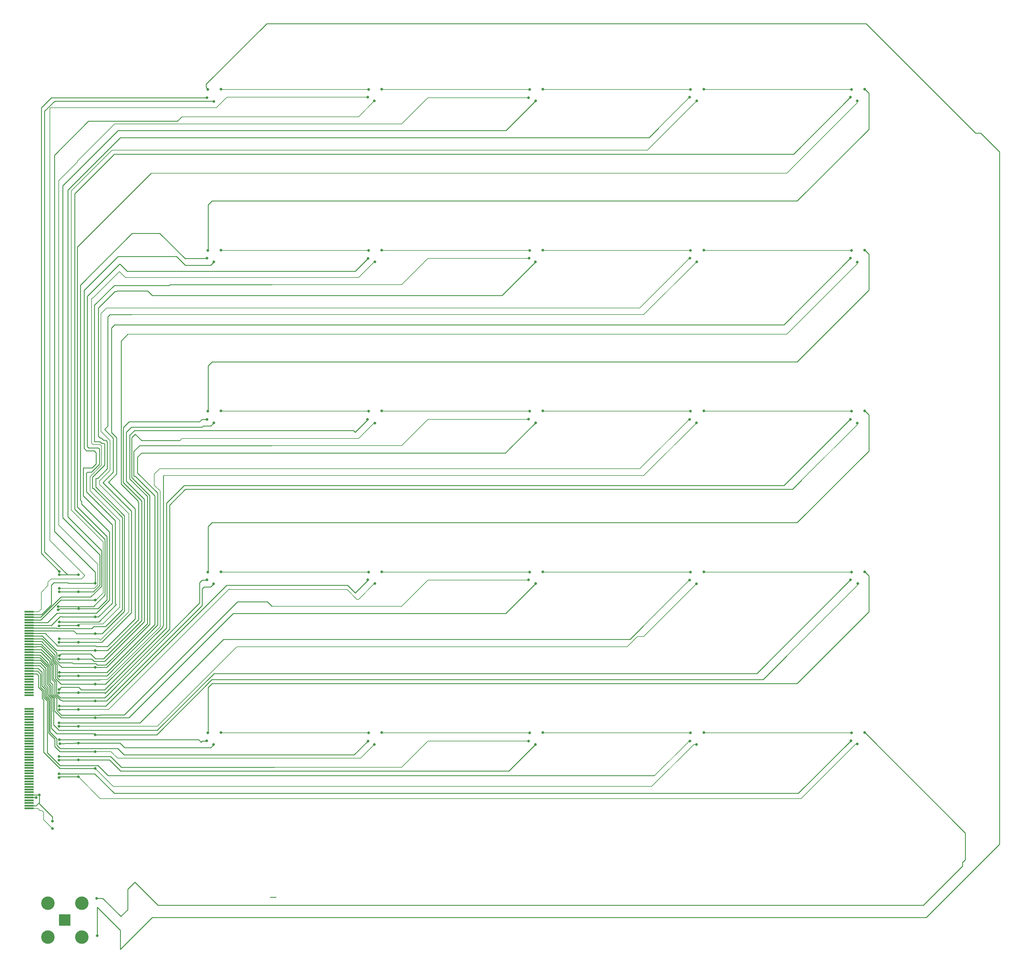
<source format=gbr>
%TF.GenerationSoftware,KiCad,Pcbnew,8.0.2-1*%
%TF.CreationDate,2024-06-03T22:08:22-04:00*%
%TF.ProjectId,Untitled,556e7469-746c-4656-942e-6b696361645f,rev?*%
%TF.SameCoordinates,Original*%
%TF.FileFunction,Copper,L2,Bot*%
%TF.FilePolarity,Positive*%
%FSLAX46Y46*%
G04 Gerber Fmt 4.6, Leading zero omitted, Abs format (unit mm)*
G04 Created by KiCad (PCBNEW 8.0.2-1) date 2024-06-03 22:08:22*
%MOMM*%
%LPD*%
G01*
G04 APERTURE LIST*
%TA.AperFunction,ComponentPad*%
%ADD10R,3.500000X3.500000*%
%TD*%
%TA.AperFunction,ComponentPad*%
%ADD11C,4.000000*%
%TD*%
%TA.AperFunction,ConnectorPad*%
%ADD12R,2.800000X0.550000*%
%TD*%
%TA.AperFunction,ViaPad*%
%ADD13C,0.800000*%
%TD*%
%TA.AperFunction,Conductor*%
%ADD14C,0.200000*%
%TD*%
%TA.AperFunction,Conductor*%
%ADD15C,0.250000*%
%TD*%
G04 APERTURE END LIST*
D10*
%TO.P,LEDs,1*%
%TO.N,N/C*%
X63000000Y-317400000D03*
D11*
%TO.P,LEDs,2*%
X57975000Y-322425000D03*
X68025000Y-322425000D03*
X57975000Y-312375000D03*
X68025000Y-312375000D03*
%TD*%
D12*
%TO.P,REF\u002A\u002A,2*%
%TO.N,N/C*%
X52400000Y-225800000D03*
%TO.P,REF\u002A\u002A,4*%
X52400000Y-226600000D03*
%TO.P,REF\u002A\u002A,6*%
X52400000Y-227400000D03*
%TO.P,REF\u002A\u002A,8*%
X52400000Y-228200000D03*
%TO.P,REF\u002A\u002A,10*%
X52400000Y-229000000D03*
%TO.P,REF\u002A\u002A,12*%
X52400000Y-229800000D03*
%TO.P,REF\u002A\u002A,14*%
X52400000Y-230600000D03*
%TO.P,REF\u002A\u002A,16*%
X52400000Y-231400000D03*
%TO.P,REF\u002A\u002A,18*%
X52400000Y-232200000D03*
%TO.P,REF\u002A\u002A,20*%
X52400000Y-233000000D03*
%TO.P,REF\u002A\u002A,22*%
X52400000Y-233800000D03*
%TO.P,REF\u002A\u002A,24*%
X52400000Y-234600000D03*
%TO.P,REF\u002A\u002A,26*%
X52400000Y-235400000D03*
%TO.P,REF\u002A\u002A,28*%
X52400000Y-236200000D03*
%TO.P,REF\u002A\u002A,30*%
X52400000Y-237000000D03*
%TO.P,REF\u002A\u002A,32*%
X52400000Y-237800000D03*
%TO.P,REF\u002A\u002A,34*%
X52400000Y-238600000D03*
%TO.P,REF\u002A\u002A,36*%
X52400000Y-239400000D03*
%TO.P,REF\u002A\u002A,38*%
X52400000Y-240200000D03*
%TO.P,REF\u002A\u002A,40*%
X52400000Y-241000000D03*
%TO.P,REF\u002A\u002A,42*%
X52400000Y-241800000D03*
%TO.P,REF\u002A\u002A,44*%
X52400000Y-242600000D03*
%TO.P,REF\u002A\u002A,46*%
X52400000Y-243400000D03*
%TO.P,REF\u002A\u002A,48*%
X52400000Y-244200000D03*
%TO.P,REF\u002A\u002A,50*%
X52400000Y-245000000D03*
%TO.P,REF\u002A\u002A,52*%
X52400000Y-245800000D03*
%TO.P,REF\u002A\u002A,54*%
X52400000Y-246600000D03*
%TO.P,REF\u002A\u002A,56*%
X52400000Y-247400000D03*
%TO.P,REF\u002A\u002A,58*%
X52400000Y-248200000D03*
%TO.P,REF\u002A\u002A,60*%
X52400000Y-249000000D03*
%TO.P,REF\u002A\u002A,62*%
X52400000Y-249800000D03*
%TO.P,REF\u002A\u002A,64*%
X52400000Y-250600000D03*
%TO.P,REF\u002A\u002A,66*%
X52400000Y-254600000D03*
%TO.P,REF\u002A\u002A,68*%
X52400000Y-255400000D03*
%TO.P,REF\u002A\u002A,70*%
X52400000Y-256200000D03*
%TO.P,REF\u002A\u002A,72*%
X52400000Y-257000000D03*
%TO.P,REF\u002A\u002A,74*%
X52400000Y-257800000D03*
%TO.P,REF\u002A\u002A,76*%
X52400000Y-258600000D03*
%TO.P,REF\u002A\u002A,78*%
X52400000Y-259400000D03*
%TO.P,REF\u002A\u002A,80*%
X52400000Y-260200000D03*
%TO.P,REF\u002A\u002A,82*%
X52400000Y-261000000D03*
%TO.P,REF\u002A\u002A,84*%
X52400000Y-261800000D03*
%TO.P,REF\u002A\u002A,86*%
X52400000Y-262600000D03*
%TO.P,REF\u002A\u002A,88*%
X52400000Y-263400000D03*
%TO.P,REF\u002A\u002A,90*%
X52400000Y-264200000D03*
%TO.P,REF\u002A\u002A,92*%
X52400000Y-265000000D03*
%TO.P,REF\u002A\u002A,94*%
X52400000Y-265800000D03*
%TO.P,REF\u002A\u002A,96*%
X52400000Y-266600000D03*
%TO.P,REF\u002A\u002A,98*%
X52400000Y-267400000D03*
%TO.P,REF\u002A\u002A,100*%
X52400000Y-268200000D03*
%TO.P,REF\u002A\u002A,102*%
X52400000Y-269000000D03*
%TO.P,REF\u002A\u002A,104*%
X52400000Y-269800000D03*
%TO.P,REF\u002A\u002A,106*%
X52400000Y-270600000D03*
%TO.P,REF\u002A\u002A,108*%
X52400000Y-271400000D03*
%TO.P,REF\u002A\u002A,110*%
X52400000Y-272200000D03*
%TO.P,REF\u002A\u002A,112*%
X52400000Y-273000000D03*
%TO.P,REF\u002A\u002A,114*%
X52400000Y-273800000D03*
%TO.P,REF\u002A\u002A,116*%
X52400000Y-274600000D03*
%TO.P,REF\u002A\u002A,118*%
X52400000Y-275400000D03*
%TO.P,REF\u002A\u002A,120*%
X52400000Y-276200000D03*
%TO.P,REF\u002A\u002A,122*%
X52400000Y-277000000D03*
%TO.P,REF\u002A\u002A,124*%
X52400000Y-277800000D03*
%TO.P,REF\u002A\u002A,126*%
X52400000Y-278600000D03*
%TO.P,REF\u002A\u002A,128*%
X52400000Y-279400000D03*
%TO.P,REF\u002A\u002A,130*%
X52400000Y-280200000D03*
%TO.P,REF\u002A\u002A,132*%
X52400000Y-281000000D03*
%TO.P,REF\u002A\u002A,134*%
X52400000Y-281800000D03*
%TO.P,REF\u002A\u002A,136*%
X52400000Y-282600000D03*
%TO.P,REF\u002A\u002A,138*%
X52400000Y-283400000D03*
%TO.P,REF\u002A\u002A,140*%
X52400000Y-284200000D03*
%TD*%
D13*
%TO.N,*%
X154960000Y-265190000D03*
X248660000Y-120690000D03*
X252760000Y-118290000D03*
X155060000Y-169690000D03*
X204960000Y-213890000D03*
X300560000Y-70490000D03*
X153260000Y-166190000D03*
X204960000Y-70490000D03*
X105260000Y-168590000D03*
X200860000Y-120690000D03*
X202760000Y-265190000D03*
X105260000Y-216290000D03*
X296660000Y-261790000D03*
X105460000Y-213990000D03*
X248560000Y-168590000D03*
X296460000Y-264090000D03*
X109360000Y-166090000D03*
X154960000Y-73990000D03*
X201060000Y-118390000D03*
X72500000Y-310900000D03*
X155060000Y-121790000D03*
X105460000Y-166190000D03*
X105460000Y-261790000D03*
X248860000Y-118390000D03*
X298360000Y-265090000D03*
X105260000Y-72990000D03*
X153260000Y-118390000D03*
X153060000Y-264190000D03*
X200760000Y-264190000D03*
X105260000Y-120690000D03*
X201060000Y-213990000D03*
X248860000Y-213990000D03*
X152960000Y-72890000D03*
X107260000Y-121790000D03*
X107260000Y-169590000D03*
X153260000Y-70590000D03*
X109360000Y-70490000D03*
X202860000Y-169590000D03*
X201060000Y-70590000D03*
X300560000Y-261690000D03*
X296660000Y-166190000D03*
X248560000Y-72890000D03*
X153260000Y-261790000D03*
X298360000Y-169690000D03*
X107260000Y-74090000D03*
X300560000Y-213890000D03*
X248860000Y-166190000D03*
X157160000Y-261690000D03*
X109360000Y-261690000D03*
X107160000Y-265190000D03*
X202760000Y-121790000D03*
X296360000Y-216290000D03*
X250560000Y-265190000D03*
X252760000Y-261690000D03*
X248560000Y-216390000D03*
X200760000Y-216290000D03*
X152960000Y-216290000D03*
X200760000Y-168490000D03*
X72600000Y-322000000D03*
X204960000Y-118290000D03*
X153060000Y-120790000D03*
X296660000Y-70590000D03*
X155060000Y-217390000D03*
X296360000Y-72890000D03*
X300560000Y-118290000D03*
X157160000Y-213890000D03*
X157160000Y-70490000D03*
X153260000Y-213990000D03*
X298360000Y-73990000D03*
X202860000Y-73990000D03*
X105160000Y-264090000D03*
X109360000Y-118290000D03*
X152860000Y-168590000D03*
X300560000Y-166090000D03*
X250660000Y-73990000D03*
X105460000Y-118390000D03*
X252760000Y-70490000D03*
X252760000Y-213890000D03*
X298560000Y-217390000D03*
X107160000Y-217490000D03*
X157160000Y-166090000D03*
X157160000Y-118290000D03*
X296660000Y-118390000D03*
X248860000Y-70590000D03*
X204960000Y-261690000D03*
X109360000Y-213890000D03*
X250560000Y-217490000D03*
X201060000Y-261790000D03*
X202860000Y-217390000D03*
X252760000Y-166090000D03*
X105460000Y-70590000D03*
X248660000Y-264190000D03*
X204960000Y-166090000D03*
X296360000Y-168590000D03*
X248860000Y-261790000D03*
X250560000Y-169590000D03*
X201060000Y-166190000D03*
X200760000Y-72990000D03*
X296360000Y-120690000D03*
X298360000Y-121890000D03*
X296660000Y-213990000D03*
X250660000Y-121790000D03*
X59300000Y-290200000D03*
X67000000Y-244800000D03*
X72000000Y-237300000D03*
X61300000Y-234800000D03*
X72000000Y-227300000D03*
X67100000Y-224800000D03*
X61300000Y-269900000D03*
X67000000Y-264800000D03*
X61400000Y-219800000D03*
X61400000Y-263800000D03*
X72000000Y-232300000D03*
X61400000Y-213800000D03*
X72000000Y-242300000D03*
X72000000Y-262300000D03*
X72000000Y-252300000D03*
X67000000Y-269800000D03*
X55400000Y-280200000D03*
X67000000Y-249800000D03*
X67000000Y-219800000D03*
X72000000Y-272300000D03*
X61400000Y-238800000D03*
X61400000Y-214800000D03*
X61000000Y-225200000D03*
X61200000Y-249900000D03*
X54500000Y-281000000D03*
X67000000Y-259800000D03*
X61300000Y-248900000D03*
X61300000Y-230000000D03*
X67000000Y-274800000D03*
X61400000Y-244900000D03*
X61300000Y-258800000D03*
X61300000Y-268800000D03*
X61300000Y-275000000D03*
X67000000Y-229800000D03*
X72000000Y-267300000D03*
X61300000Y-273900000D03*
X61300000Y-259800000D03*
X67000000Y-239800000D03*
X59300000Y-288000000D03*
X72000000Y-217300000D03*
X67000000Y-254800000D03*
X61000000Y-224200000D03*
X61400000Y-239800000D03*
X61400000Y-228800000D03*
X61400000Y-243800000D03*
X67000000Y-214800000D03*
X72000000Y-247300000D03*
X61400000Y-253800000D03*
X61400000Y-254900000D03*
X61400000Y-233800000D03*
X72000000Y-222300000D03*
X61500000Y-265000000D03*
X61400000Y-218800000D03*
X72000000Y-257300000D03*
X67000000Y-234800000D03*
%TD*%
D14*
%TO.N,*%
X298360000Y-265090000D02*
X297910000Y-265090000D01*
X281700000Y-281300000D02*
X73500000Y-281300000D01*
X297910000Y-265090000D02*
X281700000Y-281300000D01*
X73500000Y-281300000D02*
X67000000Y-274800000D01*
D15*
X71900000Y-273900000D02*
X77700000Y-279700000D01*
X61300000Y-273900000D02*
X71900000Y-273900000D01*
X77700000Y-279700000D02*
X280850000Y-279700000D01*
X280850000Y-279700000D02*
X296460000Y-264090000D01*
D14*
X249810000Y-265190000D02*
X237300000Y-277700000D01*
X250560000Y-265190000D02*
X249810000Y-265190000D01*
X237300000Y-277700000D02*
X77400000Y-277700000D01*
X77400000Y-277700000D02*
X72000000Y-272300000D01*
D15*
X72800000Y-271400000D02*
X75875000Y-274475000D01*
D14*
X238175000Y-274475000D02*
X248560000Y-264090000D01*
D15*
X75875000Y-274475000D02*
X238175000Y-274475000D01*
X76300000Y-269800000D02*
X79600000Y-273100000D01*
X79600000Y-273100000D02*
X194850000Y-273100000D01*
X67000000Y-269800000D02*
X76300000Y-269800000D01*
X194850000Y-273100000D02*
X202760000Y-265190000D01*
D14*
X163060000Y-271990000D02*
X125300000Y-271990000D01*
X125300000Y-271990000D02*
X124560000Y-271990000D01*
D15*
X61300000Y-268800000D02*
X76600000Y-268800000D01*
X76600000Y-268800000D02*
X79790000Y-271990000D01*
X79790000Y-271990000D02*
X125300000Y-271990000D01*
D14*
X150850000Y-269300000D02*
X78700000Y-269300000D01*
X76700000Y-267300000D02*
X72000000Y-267300000D01*
X154960000Y-265190000D02*
X150850000Y-269300000D01*
X78700000Y-269300000D02*
X76700000Y-267300000D01*
D15*
X52400000Y-241800000D02*
X55600000Y-241800000D01*
X55600000Y-241800000D02*
X56800000Y-243000000D01*
X56800000Y-243000000D02*
X56800000Y-247700000D01*
X61500000Y-266300000D02*
X61500000Y-266400000D01*
X56800000Y-247700000D02*
X57600000Y-248500000D01*
X60600000Y-263500000D02*
X60600000Y-265400000D01*
X57600000Y-248500000D02*
X57600000Y-250800000D01*
X61500000Y-266400000D02*
X78700000Y-266400000D01*
X57600000Y-250800000D02*
X58600000Y-251800000D01*
X78700000Y-266400000D02*
X80600000Y-268300000D01*
X58600000Y-251800000D02*
X58600000Y-261500000D01*
X58600000Y-261500000D02*
X60600000Y-263500000D01*
X60600000Y-265400000D02*
X61500000Y-266300000D01*
X80600000Y-268300000D02*
X148950000Y-268300000D01*
X148950000Y-268300000D02*
X153060000Y-264190000D01*
X67000000Y-264800000D02*
X79400000Y-264800000D01*
X79400000Y-264800000D02*
X80790000Y-266190000D01*
X61400000Y-263800000D02*
X102750000Y-263800000D01*
X102750000Y-263800000D02*
X103450000Y-264500000D01*
D14*
X277475000Y-238875000D02*
X277460000Y-238890000D01*
X298360000Y-217990000D02*
X277475000Y-238875000D01*
D15*
X72000000Y-262300000D02*
X90300000Y-262300000D01*
X270400000Y-245900000D02*
X277425000Y-238875000D01*
X90300000Y-262300000D02*
X106700000Y-245900000D01*
X106700000Y-245900000D02*
X270400000Y-245900000D01*
X277425000Y-238875000D02*
X277475000Y-238875000D01*
X296360000Y-216290000D02*
X268550000Y-244100000D01*
X57800000Y-242200000D02*
X55800000Y-240200000D01*
X268550000Y-244100000D02*
X107300000Y-244100000D01*
X107300000Y-244100000D02*
X90400000Y-261000000D01*
X58500000Y-248000000D02*
X57800000Y-247300000D01*
X90400000Y-261000000D02*
X61300000Y-261000000D01*
X61300000Y-261000000D02*
X59700000Y-259400000D01*
X59700000Y-259400000D02*
X59700000Y-255600000D01*
X59700000Y-255600000D02*
X59500000Y-255400000D01*
X57800000Y-247300000D02*
X57800000Y-242200000D01*
X59500000Y-255400000D02*
X59500000Y-251500000D01*
X59500000Y-251500000D02*
X58400000Y-250400000D01*
X58400000Y-250400000D02*
X58500000Y-250500000D01*
X58500000Y-250500000D02*
X58500000Y-248000000D01*
X55800000Y-240200000D02*
X52400000Y-240200000D01*
D14*
X250660000Y-217390000D02*
X234960000Y-233090000D01*
X233110000Y-233090000D02*
X230000000Y-236200000D01*
X234960000Y-233090000D02*
X233110000Y-233090000D01*
X230000000Y-236200000D02*
X114100000Y-236200000D01*
X114100000Y-236200000D02*
X90500000Y-259800000D01*
X90500000Y-259800000D02*
X67000000Y-259800000D01*
D15*
X85300000Y-258800000D02*
X110100000Y-234000000D01*
X61300000Y-258800000D02*
X85300000Y-258800000D01*
X230850000Y-234000000D02*
X234775000Y-230075000D01*
D14*
X233760000Y-231090000D02*
X234775000Y-230075000D01*
X234775000Y-230075000D02*
X248560000Y-216290000D01*
D15*
X110100000Y-234000000D02*
X230850000Y-234000000D01*
X82000000Y-257300000D02*
X113025000Y-226275000D01*
X202860000Y-217390000D02*
X193975000Y-226275000D01*
X72000000Y-257300000D02*
X82000000Y-257300000D01*
X113025000Y-226275000D02*
X193975000Y-226275000D01*
X52400000Y-238600000D02*
X55600000Y-238600000D01*
X57900000Y-241100000D02*
X58700000Y-241900000D01*
X60600000Y-251500000D02*
X60600000Y-255100000D01*
X60600000Y-255100000D02*
X62000000Y-256500000D01*
X114300000Y-222800000D02*
X123170000Y-222800000D01*
X55600000Y-238600000D02*
X57900000Y-240900000D01*
X57900000Y-240900000D02*
X57900000Y-241100000D01*
X58700000Y-241900000D02*
X58700000Y-246700000D01*
X58700000Y-246700000D02*
X59400000Y-247400000D01*
X59400000Y-250300000D02*
X60600000Y-251500000D01*
X73400000Y-256500000D02*
X73500000Y-256400000D01*
X59400000Y-247400000D02*
X59400000Y-250300000D01*
X62000000Y-256500000D02*
X73400000Y-256500000D01*
X123170000Y-222800000D02*
X124560000Y-224190000D01*
X73500000Y-256400000D02*
X80700000Y-256400000D01*
X80700000Y-256400000D02*
X114300000Y-222800000D01*
D14*
X154960000Y-217390000D02*
X150260000Y-222090000D01*
X150260000Y-222090000D02*
X149790000Y-222090000D01*
X111800000Y-219000000D02*
X76000000Y-254800000D01*
X76000000Y-254800000D02*
X67000000Y-254800000D01*
X149790000Y-222090000D02*
X146900000Y-219200000D01*
X146900000Y-219200000D02*
X112000000Y-219200000D01*
X112000000Y-219200000D02*
X111800000Y-219000000D01*
D15*
X75200000Y-253800000D02*
X111100000Y-217900000D01*
X111100000Y-217900000D02*
X146970000Y-217900000D01*
X61400000Y-253800000D02*
X75200000Y-253800000D01*
X146970000Y-217900000D02*
X149260000Y-220190000D01*
X107260000Y-217490000D02*
X106360000Y-218390000D01*
X103800000Y-223900000D02*
X75400000Y-252300000D01*
X75400000Y-252300000D02*
X72000000Y-252300000D01*
X106360000Y-218390000D02*
X104410000Y-218390000D01*
X104410000Y-218390000D02*
X103800000Y-219000000D01*
X103800000Y-219000000D02*
X103800000Y-223900000D01*
X52400000Y-237000000D02*
X56000000Y-237000000D01*
X103050000Y-223150000D02*
X103050000Y-217100000D01*
X56000000Y-237000000D02*
X58900000Y-239900000D01*
X58900000Y-239900000D02*
X58900000Y-240900000D01*
X58900000Y-240900000D02*
X59600000Y-241600000D01*
X59600000Y-241600000D02*
X59600000Y-245700000D01*
X103050000Y-217100000D02*
X103760000Y-216390000D01*
X59600000Y-245700000D02*
X60500000Y-246600000D01*
X74900000Y-251300000D02*
X103050000Y-223150000D01*
X60500000Y-246600000D02*
X60500000Y-250200000D01*
X60500000Y-250200000D02*
X61600000Y-251300000D01*
X61600000Y-251300000D02*
X74900000Y-251300000D01*
X103760000Y-216390000D02*
X105260000Y-216390000D01*
D14*
X298360000Y-170190000D02*
X281775000Y-186775000D01*
D15*
X67000000Y-249800000D02*
X75200000Y-249800000D01*
X74900000Y-250100000D02*
X94100000Y-230900000D01*
X94100000Y-230900000D02*
X94100000Y-194100000D01*
X94100000Y-194100000D02*
X98800000Y-189400000D01*
X279150000Y-189400000D02*
X281775000Y-186775000D01*
X98800000Y-189400000D02*
X279150000Y-189400000D01*
X67900000Y-249000000D02*
X67100000Y-248200000D01*
X276560000Y-188290000D02*
X98410000Y-188290000D01*
X98410000Y-188290000D02*
X93200000Y-193500000D01*
X93200000Y-230600000D02*
X74800000Y-249000000D01*
X74800000Y-249000000D02*
X67900000Y-249000000D01*
X93200000Y-193500000D02*
X93200000Y-230600000D01*
X67100000Y-248200000D02*
X62000000Y-248200000D01*
X62000000Y-248200000D02*
X61300000Y-248900000D01*
X72000000Y-247300000D02*
X75100000Y-247300000D01*
X75100000Y-247300000D02*
X92100000Y-230300000D01*
X92100000Y-230300000D02*
X92100000Y-230000000D01*
X92100000Y-230000000D02*
X92300000Y-229800000D01*
X92300000Y-229800000D02*
X92300000Y-185290000D01*
D14*
X248560000Y-168490000D02*
X233760000Y-183290000D01*
X91400000Y-230200000D02*
X75700000Y-245900000D01*
X233760000Y-183290000D02*
X91210000Y-183290000D01*
X91210000Y-183290000D02*
X89600000Y-184900000D01*
X89600000Y-184900000D02*
X89600000Y-188200000D01*
X89600000Y-188200000D02*
X91300000Y-189900000D01*
X91300000Y-189900000D02*
X91300000Y-230100000D01*
X91300000Y-230100000D02*
X91400000Y-230200000D01*
X75700000Y-245900000D02*
X73500000Y-245900000D01*
D15*
X84600000Y-179800000D02*
X85800000Y-178600000D01*
X84600000Y-184500000D02*
X84600000Y-179800000D01*
X75500000Y-244800000D02*
X90600000Y-229700000D01*
X193850000Y-178600000D02*
X195175000Y-177275000D01*
X90600000Y-229700000D02*
X90600000Y-190500000D01*
X67000000Y-244800000D02*
X75500000Y-244800000D01*
X85800000Y-178600000D02*
X193850000Y-178600000D01*
X90600000Y-190500000D02*
X84600000Y-184500000D01*
X202860000Y-169590000D02*
X195175000Y-177275000D01*
X124560000Y-176390000D02*
X85210000Y-176390000D01*
X75500000Y-243800000D02*
X61400000Y-243800000D01*
X85210000Y-176390000D02*
X83500000Y-178100000D01*
X83500000Y-178100000D02*
X83500000Y-185500000D01*
X83500000Y-185500000D02*
X83900000Y-185500000D01*
X83900000Y-185500000D02*
X89700000Y-191300000D01*
X89700000Y-191300000D02*
X89700000Y-229600000D01*
X89700000Y-229600000D02*
X75500000Y-243800000D01*
X82900000Y-174000000D02*
X83900000Y-173000000D01*
X75400000Y-242300000D02*
X88200000Y-229500000D01*
X72000000Y-242300000D02*
X75400000Y-242300000D01*
X82900000Y-185900000D02*
X82900000Y-174000000D01*
X88200000Y-229500000D02*
X88200000Y-191200000D01*
X88200000Y-191200000D02*
X82900000Y-185900000D01*
X83900000Y-173000000D02*
X85800000Y-174900000D01*
X85800000Y-174900000D02*
X97150000Y-174900000D01*
X152960000Y-168690000D02*
X149260000Y-172390000D01*
X149260000Y-172390000D02*
X148770000Y-171900000D01*
X148770000Y-171900000D02*
X83700000Y-171900000D01*
X82300000Y-186300000D02*
X87500000Y-191500000D01*
X65500000Y-241200000D02*
X65200000Y-240900000D01*
X83700000Y-171900000D02*
X82300000Y-173300000D01*
X82300000Y-173300000D02*
X82300000Y-186300000D01*
X87500000Y-191500000D02*
X87500000Y-229300000D01*
X65200000Y-240900000D02*
X61400000Y-240900000D01*
X87500000Y-229300000D02*
X75200000Y-241600000D01*
X60600000Y-240100000D02*
X60600000Y-238000000D01*
X75200000Y-241600000D02*
X72600000Y-241600000D01*
X72600000Y-241600000D02*
X72200000Y-241200000D01*
X72200000Y-241200000D02*
X65500000Y-241200000D01*
X61400000Y-240900000D02*
X60600000Y-240100000D01*
X56400000Y-233800000D02*
X52400000Y-233800000D01*
X60600000Y-238000000D02*
X56400000Y-233800000D01*
X67000000Y-239800000D02*
X71000000Y-239800000D01*
X71000000Y-239800000D02*
X71700000Y-240500000D01*
X81300000Y-172400000D02*
X82800000Y-170900000D01*
X71700000Y-240500000D02*
X74800000Y-240500000D01*
X104060000Y-170590000D02*
X106360000Y-170590000D01*
X74800000Y-240500000D02*
X86600000Y-228700000D01*
X86600000Y-228700000D02*
X86600000Y-192300000D01*
X86600000Y-192300000D02*
X81300000Y-187000000D01*
X81300000Y-187000000D02*
X81300000Y-172400000D01*
X82800000Y-170900000D02*
X103750000Y-170900000D01*
X103750000Y-170900000D02*
X104060000Y-170590000D01*
X106360000Y-170590000D02*
X107260000Y-169690000D01*
X105260000Y-168590000D02*
X103760000Y-168590000D01*
X85800000Y-192800000D02*
X85800000Y-228400000D01*
X103760000Y-168590000D02*
X103050000Y-169300000D01*
X82100000Y-169300000D02*
X80400000Y-171000000D01*
X103050000Y-169300000D02*
X82100000Y-169300000D01*
X80400000Y-171400000D02*
X80300000Y-171500000D01*
X80400000Y-171000000D02*
X80400000Y-171400000D01*
X80300000Y-171500000D02*
X80300000Y-187300000D01*
X80300000Y-187300000D02*
X85800000Y-192800000D01*
X85800000Y-228400000D02*
X74500000Y-239700000D01*
X74500000Y-239700000D02*
X72100000Y-239700000D01*
X72100000Y-239700000D02*
X70700000Y-238300000D01*
X70700000Y-238300000D02*
X61900000Y-238300000D01*
X61900000Y-238300000D02*
X61400000Y-238800000D01*
X72000000Y-237300000D02*
X75700000Y-237300000D01*
X79700000Y-145290000D02*
X81700000Y-143290000D01*
X75700000Y-237300000D02*
X84900000Y-228100000D01*
X84900000Y-228100000D02*
X84900000Y-193400000D01*
X84700000Y-192800000D02*
X79700000Y-187800000D01*
X84900000Y-193400000D02*
X84700000Y-193200000D01*
X84700000Y-193200000D02*
X84700000Y-192800000D01*
X79700000Y-187800000D02*
X79700000Y-145290000D01*
D14*
X277460000Y-143290000D02*
X81700000Y-143290000D01*
X81700000Y-143290000D02*
X81590000Y-143290000D01*
D15*
X296360000Y-120690000D02*
X276560000Y-140490000D01*
X276560000Y-140490000D02*
X77810000Y-140490000D01*
X72200000Y-235900000D02*
X60900000Y-235900000D01*
X78400000Y-174000000D02*
X78400000Y-184800000D01*
X77810000Y-140490000D02*
X76900000Y-141400000D01*
X76900000Y-141400000D02*
X76900000Y-172500000D01*
X57200000Y-232200000D02*
X52400000Y-232200000D01*
X78400000Y-184800000D02*
X76000000Y-187200000D01*
X83900000Y-227900000D02*
X75700000Y-236100000D01*
X76900000Y-172500000D02*
X78400000Y-174000000D01*
X76000000Y-187200000D02*
X75900000Y-187200000D01*
X75900000Y-187200000D02*
X83900000Y-195200000D01*
X83900000Y-195200000D02*
X83900000Y-227900000D01*
X75700000Y-236100000D02*
X72400000Y-236100000D01*
X72400000Y-236100000D02*
X72200000Y-235900000D01*
X60900000Y-235900000D02*
X57200000Y-232200000D01*
D14*
X82800000Y-137490000D02*
X82590000Y-137490000D01*
D15*
X82800000Y-195900000D02*
X74300000Y-187400000D01*
X75800000Y-138100000D02*
X76410000Y-137490000D01*
D14*
X234960000Y-137490000D02*
X82800000Y-137490000D01*
D15*
X76410000Y-137490000D02*
X82800000Y-137490000D01*
X67000000Y-234800000D02*
X74000000Y-234800000D01*
X74000000Y-234800000D02*
X82800000Y-226000000D01*
X74300000Y-187400000D02*
X77400000Y-184300000D01*
X77400000Y-174200000D02*
X74800000Y-171600000D01*
X82800000Y-226000000D02*
X82800000Y-195900000D01*
X74800000Y-171600000D02*
X75800000Y-170600000D01*
X77400000Y-184300000D02*
X77400000Y-174200000D01*
X75800000Y-170600000D02*
X75800000Y-138100000D01*
D14*
X248560000Y-120690000D02*
X233760000Y-135490000D01*
X233760000Y-135490000D02*
X75410000Y-135490000D01*
X75410000Y-135490000D02*
X73700000Y-137200000D01*
X73300000Y-187900000D02*
X82000000Y-196600000D01*
X73700000Y-137200000D02*
X73700000Y-172200000D01*
X73700000Y-172200000D02*
X76400000Y-174900000D01*
X82000000Y-196600000D02*
X82000000Y-225800000D01*
X76400000Y-174900000D02*
X76400000Y-183800000D01*
X73200000Y-233800000D02*
X61400000Y-233800000D01*
X76400000Y-183800000D02*
X73300000Y-186900000D01*
X73300000Y-186900000D02*
X73300000Y-187900000D01*
X82000000Y-225800000D02*
X73600000Y-234200000D01*
X73600000Y-234200000D02*
X73200000Y-233800000D01*
D15*
X202860000Y-121790000D02*
X192860000Y-131790000D01*
X88990000Y-131790000D02*
X87600000Y-130400000D01*
X73500000Y-174100000D02*
X73800000Y-174100000D01*
X87600000Y-130400000D02*
X78600000Y-130400000D01*
X78600000Y-130400000D02*
X78400000Y-130600000D01*
X72200000Y-188700000D02*
X80700000Y-197200000D01*
X192860000Y-131790000D02*
X88990000Y-131790000D01*
X78400000Y-130600000D02*
X77900000Y-130600000D01*
X75200000Y-174800000D02*
X75600000Y-175200000D01*
X77900000Y-130600000D02*
X73000000Y-135500000D01*
X73000000Y-135500000D02*
X73000000Y-173600000D01*
X75600000Y-183300000D02*
X72800000Y-186100000D01*
X74100000Y-232300000D02*
X72000000Y-232300000D01*
X73000000Y-173600000D02*
X73500000Y-174100000D01*
X73800000Y-174100000D02*
X74500000Y-174800000D01*
X74500000Y-174800000D02*
X75200000Y-174800000D01*
X75600000Y-175200000D02*
X75600000Y-183300000D01*
X72800000Y-186100000D02*
X72200000Y-186100000D01*
X80700000Y-225700000D02*
X74100000Y-232300000D01*
X72200000Y-186100000D02*
X72200000Y-188700000D01*
X80700000Y-197200000D02*
X80700000Y-225700000D01*
X52400000Y-230600000D02*
X60500000Y-230600000D01*
X60500000Y-230600000D02*
X60700000Y-230800000D01*
X74800000Y-182200000D02*
X74800000Y-175900000D01*
X73400000Y-175300000D02*
X73300000Y-175200000D01*
X60700000Y-230800000D02*
X71000000Y-230800000D01*
X71000000Y-230800000D02*
X71600000Y-230200000D01*
X71600000Y-230200000D02*
X75100000Y-230200000D01*
X75100000Y-230200000D02*
X80100000Y-225200000D01*
X80100000Y-225200000D02*
X80100000Y-197700000D01*
X73300000Y-175200000D02*
X71800000Y-175200000D01*
X80100000Y-197700000D02*
X71500000Y-189100000D01*
X94050000Y-128800000D02*
X94260000Y-128590000D01*
X71500000Y-189100000D02*
X71200000Y-189100000D01*
X71200000Y-189100000D02*
X71200000Y-185800000D01*
X73600000Y-175300000D02*
X73400000Y-175300000D01*
X71200000Y-185800000D02*
X74800000Y-182200000D01*
X74800000Y-175900000D02*
X74600000Y-175700000D01*
X74600000Y-175700000D02*
X74000000Y-175700000D01*
X74000000Y-175700000D02*
X73600000Y-175300000D01*
X71800000Y-175200000D02*
X71800000Y-134700000D01*
X71800000Y-134700000D02*
X77700000Y-128800000D01*
X77700000Y-128800000D02*
X94050000Y-128800000D01*
X94260000Y-128590000D02*
X124560000Y-128590000D01*
X152960000Y-120890000D02*
X149260000Y-124590000D01*
X73000000Y-177100000D02*
X73300000Y-177400000D01*
X70900000Y-184300000D02*
X69700000Y-184300000D01*
X78300000Y-223600000D02*
X73100000Y-228800000D01*
X69700000Y-176700000D02*
X70100000Y-177100000D01*
X73100000Y-228800000D02*
X61400000Y-228800000D01*
X81490000Y-124590000D02*
X79400000Y-122500000D01*
X70100000Y-177100000D02*
X73000000Y-177100000D01*
X69700000Y-132000000D02*
X69700000Y-176700000D01*
X79200000Y-122500000D02*
X69700000Y-132000000D01*
X69400000Y-190100000D02*
X78000000Y-198700000D01*
X78000000Y-198700000D02*
X78000000Y-223300000D01*
X73300000Y-177400000D02*
X73300000Y-181900000D01*
X79400000Y-122500000D02*
X79200000Y-122500000D01*
X149260000Y-124590000D02*
X81490000Y-124590000D01*
X73300000Y-181900000D02*
X70900000Y-184300000D01*
X69700000Y-184300000D02*
X69400000Y-184600000D01*
X69400000Y-184600000D02*
X69400000Y-190100000D01*
X78000000Y-223300000D02*
X78300000Y-223600000D01*
D14*
X154960000Y-121790000D02*
X150260000Y-126490000D01*
X70900000Y-132600000D02*
X70900000Y-175600000D01*
X150260000Y-126490000D02*
X80990000Y-126490000D01*
X79300000Y-224400000D02*
X74300000Y-229400000D01*
X80990000Y-126490000D02*
X79200000Y-124700000D01*
X70500000Y-185600000D02*
X70500000Y-189900000D01*
X79200000Y-124700000D02*
X71300000Y-132600000D01*
X71300000Y-132600000D02*
X70900000Y-132600000D01*
X70900000Y-175600000D02*
X71400000Y-176100000D01*
X71400000Y-176100000D02*
X73500000Y-176100000D01*
X73500000Y-176100000D02*
X73900000Y-176500000D01*
X67400000Y-229400000D02*
X67000000Y-229800000D01*
X73900000Y-176500000D02*
X73900000Y-182200000D01*
X73900000Y-182200000D02*
X70500000Y-185600000D01*
X74300000Y-229400000D02*
X67400000Y-229400000D01*
X70500000Y-189900000D02*
X79300000Y-198700000D01*
X79300000Y-198700000D02*
X79300000Y-224400000D01*
D15*
X107260000Y-121890000D02*
X106360000Y-122790000D01*
X106360000Y-122790000D02*
X98790000Y-122790000D01*
X98790000Y-122790000D02*
X96200000Y-120200000D01*
X96200000Y-120200000D02*
X78800000Y-120200000D01*
X78800000Y-120200000D02*
X68700000Y-130300000D01*
X71700000Y-177900000D02*
X72300000Y-178500000D01*
X68700000Y-130300000D02*
X68700000Y-177200000D01*
X68700000Y-177200000D02*
X69400000Y-177900000D01*
X69400000Y-177900000D02*
X71700000Y-177900000D01*
X72300000Y-178500000D02*
X72300000Y-181800000D01*
X72300000Y-181800000D02*
X71100000Y-183000000D01*
X71100000Y-183000000D02*
X68500000Y-183000000D01*
X68500000Y-183000000D02*
X68500000Y-191300000D01*
X68500000Y-191300000D02*
X77100000Y-199900000D01*
X77100000Y-199900000D02*
X77100000Y-223200000D01*
X77100000Y-223200000D02*
X73000000Y-227300000D01*
X73000000Y-227300000D02*
X72000000Y-227300000D01*
X52400000Y-229000000D02*
X57900000Y-229000000D01*
X57900000Y-229000000D02*
X60700000Y-226200000D01*
X68000000Y-193800000D02*
X68000000Y-193000000D01*
X60700000Y-226200000D02*
X72400000Y-226200000D01*
X76300000Y-202100000D02*
X68000000Y-193800000D01*
X72400000Y-226200000D02*
X76300000Y-222300000D01*
X67600000Y-192600000D02*
X67600000Y-128700000D01*
X76300000Y-222300000D02*
X76300000Y-202100000D01*
X68000000Y-193000000D02*
X67600000Y-192600000D01*
X83000000Y-113300000D02*
X91200000Y-113300000D01*
X67600000Y-128700000D02*
X83000000Y-113300000D01*
X91200000Y-113300000D02*
X98800000Y-120900000D01*
X98800000Y-120900000D02*
X98910000Y-120790000D01*
X98910000Y-120790000D02*
X105260000Y-120790000D01*
X75500000Y-222200000D02*
X75500000Y-203400000D01*
X72900000Y-224800000D02*
X75500000Y-222200000D01*
X75500000Y-203400000D02*
X66700000Y-194600000D01*
X67100000Y-224800000D02*
X72900000Y-224800000D01*
X66700000Y-194600000D02*
X66700000Y-117420000D01*
X66700000Y-117420000D02*
X88630000Y-95490000D01*
X61000000Y-224200000D02*
X71500000Y-224200000D01*
X74900000Y-220800000D02*
X74900000Y-204300000D01*
X71500000Y-224200000D02*
X74900000Y-220800000D01*
X65900000Y-195300000D02*
X65900000Y-101600000D01*
X74900000Y-204300000D02*
X65900000Y-195300000D01*
X65900000Y-101600000D02*
X77500000Y-90000000D01*
X77500000Y-90000000D02*
X77500000Y-89800000D01*
X77500000Y-89800000D02*
X279450000Y-89800000D01*
X279450000Y-89800000D02*
X296360000Y-72890000D01*
D14*
X72000000Y-222300000D02*
X72500000Y-222300000D01*
X236050000Y-88600000D02*
X250660000Y-73990000D01*
X72500000Y-222300000D02*
X72500000Y-222100000D01*
X72500000Y-222100000D02*
X74400000Y-220200000D01*
X74400000Y-220200000D02*
X74400000Y-205000000D01*
X64900000Y-195500000D02*
X64900000Y-100700000D01*
X74400000Y-205000000D02*
X64900000Y-195500000D01*
X64900000Y-100700000D02*
X77000000Y-88600000D01*
X77000000Y-88600000D02*
X236050000Y-88600000D01*
D15*
X52400000Y-227400000D02*
X55900000Y-227400000D01*
X61900000Y-221400000D02*
X70700000Y-221400000D01*
X79500000Y-84900000D02*
X236550000Y-84900000D01*
X70700000Y-221400000D02*
X73900000Y-218200000D01*
X73900000Y-207600000D02*
X63900000Y-197600000D01*
X73900000Y-218200000D02*
X73900000Y-207600000D01*
X55900000Y-227400000D02*
X61900000Y-221400000D01*
X63900000Y-197600000D02*
X63900000Y-100500000D01*
X63900000Y-100500000D02*
X79500000Y-84900000D01*
X236550000Y-84900000D02*
X239375000Y-82075000D01*
X73400000Y-208800000D02*
X62400000Y-197800000D01*
X71500000Y-219800000D02*
X73400000Y-217900000D01*
X73400000Y-217900000D02*
X73400000Y-208800000D01*
X62400000Y-99200000D02*
X78800000Y-82800000D01*
X62400000Y-197800000D02*
X62400000Y-99200000D01*
X67000000Y-219800000D02*
X71500000Y-219800000D01*
X78800000Y-82800000D02*
X194050000Y-82800000D01*
X194050000Y-82800000D02*
X202860000Y-73990000D01*
D14*
X200760000Y-72990000D02*
X170860000Y-72990000D01*
X61200000Y-97700000D02*
X61200000Y-200000000D01*
X163060000Y-80790000D02*
X77810000Y-80790000D01*
X61200000Y-200000000D02*
X72800000Y-211600000D01*
X170860000Y-72990000D02*
X163060000Y-80790000D01*
X77810000Y-80790000D02*
X66700000Y-91900000D01*
X71800000Y-218800000D02*
X61400000Y-218800000D01*
X66700000Y-91900000D02*
X66700000Y-92200000D01*
X66700000Y-92200000D02*
X61200000Y-97700000D01*
X72800000Y-211600000D02*
X72800000Y-217800000D01*
X72800000Y-217800000D02*
X71800000Y-218800000D01*
D15*
X72000000Y-217300000D02*
X72000000Y-214000000D01*
X72000000Y-214000000D02*
X59900000Y-201900000D01*
X59900000Y-201900000D02*
X59900000Y-90100000D01*
X59900000Y-90100000D02*
X70000000Y-80000000D01*
X70000000Y-80000000D02*
X96450000Y-80000000D01*
X96450000Y-80000000D02*
X97760000Y-78690000D01*
D14*
X152960000Y-72890000D02*
X111110000Y-72890000D01*
X111110000Y-72890000D02*
X108000000Y-76000000D01*
X55200000Y-225800000D02*
X52400000Y-225800000D01*
X58600000Y-76000000D02*
X58600000Y-204600000D01*
X108000000Y-76000000D02*
X58600000Y-76000000D01*
X58600000Y-204600000D02*
X69000000Y-215000000D01*
X59000000Y-216000000D02*
X58000000Y-217000000D01*
X68000000Y-216000000D02*
X59000000Y-216000000D01*
X58000000Y-217000000D02*
X58000000Y-218000000D01*
X58000000Y-218000000D02*
X56000000Y-220000000D01*
X56000000Y-220000000D02*
X56000000Y-225000000D01*
X69000000Y-215000000D02*
X68000000Y-216000000D01*
X56000000Y-225000000D02*
X55200000Y-225800000D01*
X239375000Y-82075000D02*
X248560000Y-72890000D01*
D15*
X57000000Y-208000000D02*
X57000000Y-77000000D01*
X67000000Y-214800000D02*
X63800000Y-214800000D01*
X57000000Y-77000000D02*
X60000000Y-74000000D01*
X63800000Y-214800000D02*
X57000000Y-208000000D01*
X60000000Y-74000000D02*
X107170000Y-74000000D01*
X107170000Y-74000000D02*
X107260000Y-74090000D01*
X59010000Y-72990000D02*
X56000000Y-76000000D01*
X105260000Y-72990000D02*
X59010000Y-72990000D01*
X56000000Y-76000000D02*
X56000000Y-208400000D01*
X56000000Y-208400000D02*
X61400000Y-213800000D01*
X123000000Y-51000000D02*
X105000000Y-69000000D01*
X301000000Y-51000000D02*
X123000000Y-51000000D01*
X334990000Y-83515000D02*
X333515000Y-83515000D01*
X105000000Y-69000000D02*
X105000000Y-70000000D01*
X333515000Y-83515000D02*
X301000000Y-51000000D01*
X105000000Y-70000000D02*
X105460000Y-70460000D01*
X105460000Y-70460000D02*
X105460000Y-70590000D01*
X300680000Y-261790000D02*
X330480000Y-291590000D01*
X81675000Y-314285000D02*
X79647500Y-316312500D01*
X330480000Y-299400000D02*
X329630000Y-300250000D01*
X329630000Y-300250000D02*
X329630000Y-301400000D01*
X79647500Y-316312500D02*
X74235000Y-310900000D01*
X330480000Y-291590000D02*
X330480000Y-299400000D01*
X90675000Y-313000000D02*
X83775000Y-306100000D01*
X329630000Y-301400000D02*
X318030000Y-313000000D01*
X318030000Y-313000000D02*
X90675000Y-313000000D01*
X74235000Y-310900000D02*
X72500000Y-310900000D01*
X83775000Y-306100000D02*
X81675000Y-308200000D01*
X81675000Y-308200000D02*
X81675000Y-314285000D01*
X301780000Y-71690000D02*
X301780000Y-82390000D01*
D14*
X170860000Y-168590000D02*
X163060000Y-176390000D01*
D15*
X79447500Y-320447500D02*
X79447500Y-326112500D01*
X300680000Y-118390000D02*
X301780000Y-119490000D01*
D14*
X234960000Y-185290000D02*
X92300000Y-185290000D01*
X200760000Y-264190000D02*
X170860000Y-264190000D01*
X150260000Y-174290000D02*
X154960000Y-169590000D01*
X157280000Y-118390000D02*
X201080000Y-118390000D01*
X200760000Y-168590000D02*
X170860000Y-168590000D01*
D15*
X106780000Y-103690000D02*
X105580000Y-104890000D01*
X276560000Y-188290000D02*
X296360000Y-168490000D01*
D14*
X205080000Y-213990000D02*
X248880000Y-213990000D01*
D15*
X107260000Y-265290000D02*
X106360000Y-266190000D01*
D14*
X97760000Y-174290000D02*
X97150000Y-174900000D01*
D15*
X280480000Y-199290000D02*
X106780000Y-199290000D01*
X105580000Y-152690000D02*
X105580000Y-166290000D01*
D14*
X163060000Y-128590000D02*
X124560000Y-128590000D01*
X163060000Y-224190000D02*
X124560000Y-224190000D01*
X109480000Y-70590000D02*
X153280000Y-70590000D01*
D15*
X103760000Y-264190000D02*
X105260000Y-264190000D01*
X88960000Y-316600000D02*
X318800000Y-316600000D01*
D14*
X150260000Y-78690000D02*
X154960000Y-73990000D01*
D15*
X106360000Y-266190000D02*
X80790000Y-266190000D01*
D14*
X109480000Y-213990000D02*
X153280000Y-213990000D01*
X277460000Y-95490000D02*
X88630000Y-95490000D01*
X205080000Y-70590000D02*
X248880000Y-70590000D01*
X298360000Y-122390000D02*
X277460000Y-143290000D01*
X298360000Y-73990000D02*
X298360000Y-74590000D01*
X97760000Y-174290000D02*
X150260000Y-174290000D01*
X252880000Y-166190000D02*
X296680000Y-166190000D01*
D15*
X340565000Y-89090000D02*
X334990000Y-83515000D01*
X301780000Y-119490000D02*
X301780000Y-130190000D01*
X300680000Y-166190000D02*
X301780000Y-167290000D01*
D14*
X205080000Y-261790000D02*
X248880000Y-261790000D01*
X109480000Y-118390000D02*
X153280000Y-118390000D01*
X170860000Y-264190000D02*
X163060000Y-271990000D01*
D15*
X301780000Y-215090000D02*
X301780000Y-225790000D01*
D14*
X298360000Y-121790000D02*
X298360000Y-122390000D01*
D15*
X301780000Y-167290000D02*
X301780000Y-177990000D01*
D14*
X157280000Y-261790000D02*
X201080000Y-261790000D01*
X170860000Y-216390000D02*
X163060000Y-224190000D01*
D15*
X301780000Y-130190000D02*
X280480000Y-151490000D01*
D14*
X157280000Y-213990000D02*
X201080000Y-213990000D01*
D15*
X106780000Y-247090000D02*
X105580000Y-248290000D01*
D14*
X109480000Y-261790000D02*
X153280000Y-261790000D01*
X298360000Y-169590000D02*
X298360000Y-170190000D01*
X250660000Y-169590000D02*
X234960000Y-185290000D01*
D15*
X301780000Y-177990000D02*
X280480000Y-199290000D01*
D14*
X163060000Y-176390000D02*
X124560000Y-176390000D01*
X109480000Y-166190000D02*
X153280000Y-166190000D01*
D15*
X318800000Y-316600000D02*
X340565000Y-294835000D01*
X300680000Y-70590000D02*
X301780000Y-71690000D01*
X280480000Y-151490000D02*
X106780000Y-151490000D01*
X301780000Y-225790000D02*
X280480000Y-247090000D01*
D14*
X170860000Y-120790000D02*
X163060000Y-128590000D01*
X298360000Y-217390000D02*
X298360000Y-217990000D01*
X157280000Y-70590000D02*
X201080000Y-70590000D01*
D15*
X105580000Y-200490000D02*
X105580000Y-214090000D01*
D14*
X252880000Y-70590000D02*
X296680000Y-70590000D01*
X205080000Y-118390000D02*
X248880000Y-118390000D01*
D15*
X124000000Y-310600000D02*
X125700000Y-310600000D01*
D14*
X250660000Y-121790000D02*
X234960000Y-137490000D01*
D15*
X280480000Y-103690000D02*
X106780000Y-103690000D01*
D14*
X252880000Y-213990000D02*
X296680000Y-213990000D01*
X252880000Y-261790000D02*
X296680000Y-261790000D01*
X205080000Y-166190000D02*
X248880000Y-166190000D01*
D15*
X72600000Y-313600000D02*
X79447500Y-320447500D01*
X340565000Y-294835000D02*
X340565000Y-89090000D01*
D14*
X252880000Y-118390000D02*
X296680000Y-118390000D01*
D15*
X105580000Y-248290000D02*
X105580000Y-261890000D01*
X301780000Y-82390000D02*
X280480000Y-103690000D01*
X106780000Y-151490000D02*
X105580000Y-152690000D01*
X300680000Y-213990000D02*
X301780000Y-215090000D01*
D14*
X298360000Y-74590000D02*
X277460000Y-95490000D01*
X97760000Y-78690000D02*
X150260000Y-78690000D01*
X200760000Y-120790000D02*
X170860000Y-120790000D01*
D15*
X103450000Y-264500000D02*
X103760000Y-264190000D01*
X106780000Y-199290000D02*
X105580000Y-200490000D01*
X149260000Y-220190000D02*
X152960000Y-216490000D01*
X79447500Y-326112500D02*
X88960000Y-316600000D01*
X105580000Y-104890000D02*
X105580000Y-118490000D01*
D14*
X200760000Y-216390000D02*
X170860000Y-216390000D01*
D15*
X280480000Y-247090000D02*
X106780000Y-247090000D01*
D14*
X157280000Y-166190000D02*
X201080000Y-166190000D01*
D15*
X72600000Y-322000000D02*
X72600000Y-313600000D01*
X73500000Y-245900000D02*
X73400000Y-246000000D01*
X52400000Y-243400000D02*
X54900000Y-243400000D01*
X61700000Y-252000000D02*
X60000000Y-250300000D01*
X61000000Y-225200000D02*
X61200000Y-225200000D01*
X56700000Y-267500000D02*
X61500000Y-272300000D01*
X59300000Y-286700000D02*
X55400000Y-282800000D01*
X71700000Y-262000000D02*
X72000000Y-262300000D01*
X56100000Y-234600000D02*
X52400000Y-234600000D01*
X59000000Y-260400000D02*
X60600000Y-262000000D01*
X54950000Y-282950000D02*
X54500000Y-283400000D01*
X62100000Y-269800000D02*
X67100000Y-269800000D01*
X67100000Y-249800000D02*
X61700000Y-249800000D01*
X61500000Y-269800000D02*
X61600000Y-269800000D01*
X59900000Y-251400000D02*
X58900000Y-250400000D01*
D14*
X56700000Y-287600000D02*
X56700000Y-285400000D01*
D15*
X61700000Y-269800000D02*
X61300000Y-269900000D01*
X62100000Y-242300000D02*
X60100000Y-240300000D01*
X61300000Y-275000000D02*
X61400000Y-274800000D01*
X54900000Y-243400000D02*
X55800000Y-244300000D01*
X67100000Y-269800000D02*
X61700000Y-269800000D01*
D14*
X54900000Y-284200000D02*
X52400000Y-284200000D01*
D15*
X59000000Y-229800000D02*
X61600000Y-227200000D01*
X62100000Y-227200000D02*
X62200000Y-227300000D01*
X52400000Y-229800000D02*
X59000000Y-229800000D01*
X61600000Y-227200000D02*
X62100000Y-227200000D01*
X62200000Y-227300000D02*
X72000000Y-227300000D01*
X52400000Y-244200000D02*
X54700000Y-244200000D01*
X59000000Y-251600000D02*
X59000000Y-260400000D01*
X61400000Y-254900000D02*
X61500000Y-254800000D01*
X67100000Y-244800000D02*
X61700000Y-244800000D01*
D14*
X59300000Y-288000000D02*
X59300000Y-287300000D01*
D15*
X61600000Y-271500000D02*
X72700000Y-271500000D01*
X67100000Y-239800000D02*
X61600000Y-239800000D01*
X52400000Y-281000000D02*
X54500000Y-281000000D01*
X61500000Y-249800000D02*
X61600000Y-249800000D01*
X60200000Y-241600000D02*
X59300000Y-240700000D01*
X56000000Y-236100000D02*
X54500000Y-236100000D01*
X62100000Y-224800000D02*
X67100000Y-224800000D01*
X61200000Y-249900000D02*
X61500000Y-249800000D01*
X60000000Y-263600000D02*
X60000000Y-265800000D01*
X60700000Y-245300000D02*
X60700000Y-241500000D01*
X58200000Y-261800000D02*
X60000000Y-263600000D01*
X62000000Y-252000000D02*
X61700000Y-252000000D01*
X56200000Y-247800000D02*
X57100000Y-248700000D01*
X62000000Y-257300000D02*
X59900000Y-255200000D01*
X62100000Y-259800000D02*
X67100000Y-259800000D01*
X61700000Y-244800000D02*
X61400000Y-244900000D01*
X61300000Y-259800000D02*
X61600000Y-259800000D01*
X58900000Y-250400000D02*
X58900000Y-247800000D01*
X52400000Y-241000000D02*
X55800000Y-241000000D01*
X56200000Y-232900000D02*
X56100000Y-233000000D01*
X57100000Y-251000000D02*
X58200000Y-252100000D01*
X58900000Y-247800000D02*
X58200000Y-247100000D01*
X55900000Y-237800000D02*
X52400000Y-237800000D01*
X66500000Y-232300000D02*
X72000000Y-232300000D01*
X65600000Y-231400000D02*
X66500000Y-232300000D01*
X52400000Y-231400000D02*
X65600000Y-231400000D01*
X59000000Y-223700000D02*
X59000000Y-217900000D01*
X55800000Y-244300000D02*
X55800000Y-248200000D01*
X59200000Y-241800000D02*
X58500000Y-241100000D01*
X54500000Y-236100000D02*
X54400000Y-236200000D01*
X72000000Y-242300000D02*
X62100000Y-242300000D01*
X62100000Y-254800000D02*
X67100000Y-254800000D01*
X59200000Y-245900000D02*
X59200000Y-241800000D01*
X72000000Y-247300000D02*
X61900000Y-247300000D01*
X59900000Y-255200000D02*
X59900000Y-251400000D01*
X58000000Y-250600000D02*
X59000000Y-251600000D01*
D14*
X59300000Y-290200000D02*
X56700000Y-287600000D01*
D15*
X61400000Y-274800000D02*
X61600000Y-274800000D01*
X61500000Y-265000000D02*
X61600000Y-264800000D01*
X60700000Y-241500000D02*
X59700000Y-240500000D01*
X58200000Y-247100000D02*
X58200000Y-242000000D01*
X59000000Y-217900000D02*
X59800000Y-217100000D01*
X55900000Y-228200000D02*
X52400000Y-228200000D01*
X56100000Y-226600000D02*
X59000000Y-223700000D01*
X58000000Y-248250000D02*
X58000000Y-250600000D01*
X62100000Y-239800000D02*
X67100000Y-239800000D01*
X59800000Y-217100000D02*
X63900000Y-217100000D01*
X52400000Y-280200000D02*
X55500000Y-280200000D01*
X55400000Y-282500000D02*
X54950000Y-282950000D01*
X67100000Y-264800000D02*
X61500000Y-265000000D01*
X72000000Y-257300000D02*
X62000000Y-257300000D01*
X61800000Y-222300000D02*
X55900000Y-228200000D01*
X60000000Y-246700000D02*
X59200000Y-245900000D01*
X54400000Y-236200000D02*
X52400000Y-236200000D01*
X61500000Y-218800000D02*
X61400000Y-218800000D01*
X67100000Y-219800000D02*
X61400000Y-219800000D01*
X62100000Y-219800000D02*
X67100000Y-219800000D01*
X55200000Y-244700000D02*
X55200000Y-248200000D01*
X59700000Y-239100000D02*
X56000000Y-235400000D01*
X61400000Y-244900000D02*
X61500000Y-244800000D01*
X61500000Y-238800000D02*
X61400000Y-238800000D01*
X61900000Y-247300000D02*
X60200000Y-245600000D01*
X61500000Y-254800000D02*
X61600000Y-254800000D01*
X61700000Y-254800000D02*
X61400000Y-254900000D01*
X60100000Y-240300000D02*
X60100000Y-238600000D01*
X60100000Y-238600000D02*
X56100000Y-234600000D01*
X61500000Y-244800000D02*
X61600000Y-244800000D01*
X57100000Y-248700000D02*
X57100000Y-251000000D01*
X55800000Y-241000000D02*
X57300000Y-242500000D01*
D14*
X55600000Y-284900000D02*
X54900000Y-284200000D01*
D15*
X54500000Y-281000000D02*
X54400000Y-281000000D01*
X61500000Y-272300000D02*
X72000000Y-272300000D01*
X56300000Y-249300000D02*
X56300000Y-251500000D01*
X57800000Y-267700000D02*
X61600000Y-271500000D01*
X59700000Y-240500000D02*
X59700000Y-239100000D01*
X57300000Y-242500000D02*
X57300000Y-247550000D01*
X72000000Y-237300000D02*
X60600000Y-237300000D01*
X57800000Y-252300000D02*
X57800000Y-267700000D01*
X67100000Y-259800000D02*
X61300000Y-259800000D01*
X73400000Y-246000000D02*
X61400000Y-246000000D01*
X60200000Y-245600000D02*
X60200000Y-241600000D01*
X55200000Y-248200000D02*
X56300000Y-249300000D01*
X60000000Y-250300000D02*
X60000000Y-246700000D01*
X61400000Y-248800000D02*
X61300000Y-248900000D01*
X61500000Y-248800000D02*
X61400000Y-248800000D01*
X61200000Y-225200000D02*
X61600000Y-224800000D01*
X56700000Y-251200000D02*
X57800000Y-252300000D01*
X56700000Y-251900000D02*
X56700000Y-267500000D01*
X54700000Y-244200000D02*
X55200000Y-244700000D01*
X61300000Y-269900000D02*
X61500000Y-269800000D01*
X61700000Y-249800000D02*
X61200000Y-249900000D01*
X67100000Y-254800000D02*
X61700000Y-254800000D01*
X55100000Y-242600000D02*
X56200000Y-243700000D01*
X67100000Y-229800000D02*
X61600000Y-229800000D01*
X62100000Y-229800000D02*
X67100000Y-229800000D01*
X61500000Y-273800000D02*
X61400000Y-273800000D01*
X55400000Y-282800000D02*
X55400000Y-282500000D01*
X56000000Y-235400000D02*
X52400000Y-235400000D01*
X56100000Y-233000000D02*
X52400000Y-233000000D01*
X72000000Y-217300000D02*
X64100000Y-217300000D01*
X60000000Y-265800000D02*
X61500000Y-267300000D01*
X55600000Y-239400000D02*
X52400000Y-239400000D01*
X56300000Y-251500000D02*
X56700000Y-251900000D01*
X56200000Y-243700000D02*
X56200000Y-247800000D01*
X59300000Y-287300000D02*
X59300000Y-286700000D01*
X59300000Y-239400000D02*
X56000000Y-236100000D01*
X62100000Y-274800000D02*
X67100000Y-274800000D01*
X52400000Y-226600000D02*
X56100000Y-226600000D01*
X64100000Y-217300000D02*
X63900000Y-217100000D01*
X59300000Y-240700000D02*
X59300000Y-239400000D01*
X72000000Y-222300000D02*
X61800000Y-222300000D01*
X61600000Y-224800000D02*
X62100000Y-224800000D01*
X54500000Y-283400000D02*
X52400000Y-283400000D01*
X58200000Y-242000000D02*
X55600000Y-239400000D01*
X62300000Y-252300000D02*
X62000000Y-252000000D01*
X67100000Y-274800000D02*
X61800000Y-274800000D01*
X58500000Y-240400000D02*
X55900000Y-237800000D01*
X62100000Y-244800000D02*
X67100000Y-244800000D01*
X61500000Y-213800000D02*
X61400000Y-213800000D01*
X67100000Y-214800000D02*
X61400000Y-214800000D01*
X62100000Y-214800000D02*
X67100000Y-214800000D01*
X60600000Y-262000000D02*
X71700000Y-262000000D01*
X61500000Y-267300000D02*
X72000000Y-267300000D01*
X55800000Y-248200000D02*
X56700000Y-249100000D01*
X57300000Y-247550000D02*
X58000000Y-248250000D01*
X55400000Y-280200000D02*
X55400000Y-282500000D01*
D14*
X55600000Y-284900000D02*
X56200000Y-284900000D01*
D15*
X52400000Y-242600000D02*
X55100000Y-242600000D01*
D14*
X56200000Y-284900000D02*
X56700000Y-285400000D01*
D15*
X58500000Y-241100000D02*
X58500000Y-240400000D01*
X61800000Y-274800000D02*
X61300000Y-275000000D01*
X60600000Y-237300000D02*
X56200000Y-232900000D01*
X72000000Y-252300000D02*
X62300000Y-252300000D01*
X58200000Y-252100000D02*
X58200000Y-261800000D01*
X72700000Y-271500000D02*
X72800000Y-271400000D01*
X61400000Y-273800000D02*
X61300000Y-273900000D01*
X61400000Y-246000000D02*
X60700000Y-245300000D01*
X54900000Y-243400000D02*
X55700000Y-244200000D01*
X62100000Y-234800000D02*
X67100000Y-234800000D01*
X67100000Y-234800000D02*
X61600000Y-234800000D01*
X56700000Y-249100000D02*
X56700000Y-251200000D01*
%TD*%
M02*

</source>
